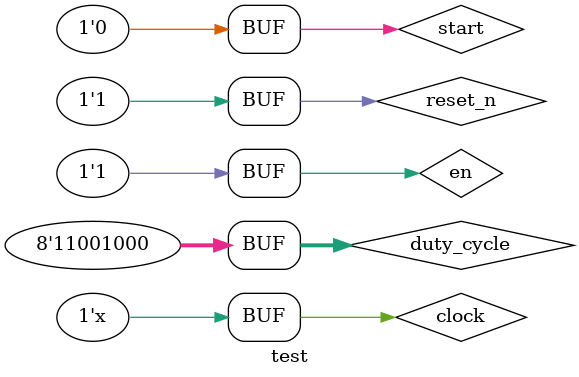
<source format=v>


`timescale 1ns/1ns // step 1ns resolution 1 ns


module test;

   // Inputs of the module to test
   reg reset_n;
   reg clock;
   reg start;
   reg en;
   reg [7:0] duty_cycle;

   // Output of the module
   wire      pwm_o;
   
   
   // Instance
   pwm pwm_inst(
		reset_n,
		clock,
		start,
		en,
		duty_cycle,
		pwm_o);
   

   initial
     begin

	$display("Simulation of the PWM");
	reset_n <= 1;
	clock <= 0;	
	start <= 0;
	en <= 0;
	duty_cycle <= 200;

	#5 reset_n <= 0;
	#5 reset_n <= 1;

	en <= 1;

	#500;
	
	
     end // initial begin


   // Clock generation
   always
     #10 clock = !clock;
   
   
endmodule // test

</source>
